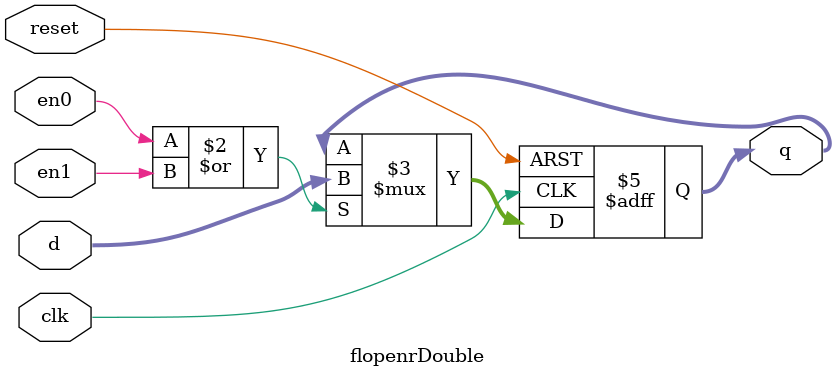
<source format=v>
module flopenrDouble (
	clk,
	reset,
	en0,
    en1,
	d,
	q
);
	parameter WIDTH = 8;
	input wire clk;
	input wire reset;
	input wire en0;
	input wire en1;
	input wire [WIDTH - 1:0] d;
	output reg [WIDTH - 1:0] q;
	always @(posedge clk or posedge reset)
		if (reset)
			q <= 0;
		else if (en0 | en1)
			q <= d;
endmodule
</source>
